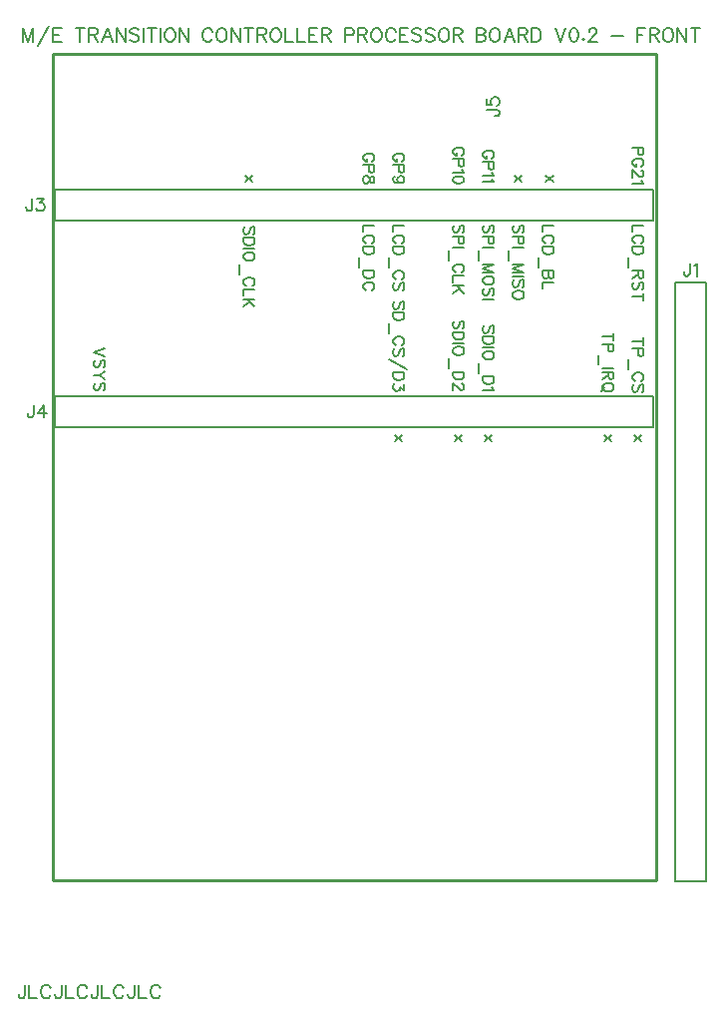
<source format=gto>
G04 Layer: TopSilkscreenLayer*
G04 EasyEDA v6.5.29, 2023-07-18 10:21:49*
G04 75acb9ef74904ca4b51824f4bde05f2a,5a6b42c53f6a479593ecc07194224c93,10*
G04 Gerber Generator version 0.2*
G04 Scale: 100 percent, Rotated: No, Reflected: No *
G04 Dimensions in millimeters *
G04 leading zeros omitted , absolute positions ,4 integer and 5 decimal *
%FSLAX45Y45*%
%MOMM*%

%ADD10C,0.1524*%
%ADD11C,0.2032*%
%ADD12C,0.2540*%

%LPD*%
D10*
X2215382Y8318500D02*
G01*
X2151628Y8268462D01*
X2215382Y8268462D02*
G01*
X2151628Y8318500D01*
X2220970Y7822945D02*
G01*
X2229860Y7832089D01*
X2234432Y7845805D01*
X2234432Y7864094D01*
X2229860Y7877555D01*
X2220970Y7886700D01*
X2211826Y7886700D01*
X2202682Y7882128D01*
X2198110Y7877555D01*
X2193538Y7868412D01*
X2184394Y7841234D01*
X2180076Y7832089D01*
X2175504Y7827518D01*
X2166360Y7822945D01*
X2152644Y7822945D01*
X2143500Y7832089D01*
X2138928Y7845805D01*
X2138928Y7864094D01*
X2143500Y7877555D01*
X2152644Y7886700D01*
X2234432Y7792973D02*
G01*
X2138928Y7792973D01*
X2234432Y7792973D02*
G01*
X2234432Y7761223D01*
X2229860Y7747508D01*
X2220970Y7738618D01*
X2211826Y7734045D01*
X2198110Y7729473D01*
X2175504Y7729473D01*
X2161788Y7734045D01*
X2152644Y7738618D01*
X2143500Y7747508D01*
X2138928Y7761223D01*
X2138928Y7792973D01*
X2234432Y7699502D02*
G01*
X2138928Y7699502D01*
X2234432Y7642097D02*
G01*
X2229860Y7651242D01*
X2220970Y7660386D01*
X2211826Y7664958D01*
X2198110Y7669529D01*
X2175504Y7669529D01*
X2161788Y7664958D01*
X2152644Y7660386D01*
X2143500Y7651242D01*
X2138928Y7642097D01*
X2138928Y7624063D01*
X2143500Y7614920D01*
X2152644Y7605776D01*
X2161788Y7601204D01*
X2175504Y7596631D01*
X2198110Y7596631D01*
X2211826Y7601204D01*
X2220970Y7605776D01*
X2229860Y7614920D01*
X2234432Y7624063D01*
X2234432Y7642097D01*
X2107178Y7566660D02*
G01*
X2107178Y7484871D01*
X2211826Y7386573D02*
G01*
X2220970Y7391145D01*
X2229860Y7400289D01*
X2234432Y7409434D01*
X2234432Y7427721D01*
X2229860Y7436612D01*
X2220970Y7445755D01*
X2211826Y7450328D01*
X2198110Y7454900D01*
X2175504Y7454900D01*
X2161788Y7450328D01*
X2152644Y7445755D01*
X2143500Y7436612D01*
X2138928Y7427721D01*
X2138928Y7409434D01*
X2143500Y7400289D01*
X2152644Y7391145D01*
X2161788Y7386573D01*
X2234432Y7356602D02*
G01*
X2138928Y7356602D01*
X2138928Y7356602D02*
G01*
X2138928Y7302245D01*
X2234432Y7272273D02*
G01*
X2138928Y7272273D01*
X2234432Y7208520D02*
G01*
X2170932Y7272273D01*
X2193538Y7249413D02*
G01*
X2138928Y7208520D01*
X3227831Y8440928D02*
G01*
X3236975Y8445245D01*
X3245865Y8454389D01*
X3250438Y8463534D01*
X3250438Y8481821D01*
X3245865Y8490712D01*
X3236975Y8499855D01*
X3227831Y8504428D01*
X3214115Y8509000D01*
X3191509Y8509000D01*
X3177793Y8504428D01*
X3168650Y8499855D01*
X3159506Y8490712D01*
X3154934Y8481821D01*
X3154934Y8463534D01*
X3159506Y8454389D01*
X3168650Y8445245D01*
X3177793Y8440928D01*
X3191509Y8440928D01*
X3191509Y8463534D02*
G01*
X3191509Y8440928D01*
X3250438Y8410702D02*
G01*
X3154934Y8410702D01*
X3250438Y8410702D02*
G01*
X3250438Y8369808D01*
X3245865Y8356345D01*
X3241293Y8351773D01*
X3232404Y8347202D01*
X3218688Y8347202D01*
X3209543Y8351773D01*
X3204972Y8356345D01*
X3200400Y8369808D01*
X3200400Y8410702D01*
X3250438Y8294370D02*
G01*
X3245865Y8308086D01*
X3236975Y8312658D01*
X3227831Y8312658D01*
X3218688Y8308086D01*
X3214115Y8298942D01*
X3209543Y8280908D01*
X3204972Y8267192D01*
X3196081Y8258047D01*
X3186938Y8253476D01*
X3173222Y8253476D01*
X3164077Y8258047D01*
X3159506Y8262620D01*
X3154934Y8276336D01*
X3154934Y8294370D01*
X3159506Y8308086D01*
X3164077Y8312658D01*
X3173222Y8317229D01*
X3186938Y8317229D01*
X3196081Y8312658D01*
X3204972Y8303513D01*
X3209543Y8289797D01*
X3214115Y8271763D01*
X3218688Y8262620D01*
X3227831Y8258047D01*
X3236975Y8258047D01*
X3245865Y8262620D01*
X3250438Y8276336D01*
X3250438Y8294370D01*
X3250438Y7899400D02*
G01*
X3154934Y7899400D01*
X3154934Y7899400D02*
G01*
X3154934Y7844789D01*
X3227831Y7746745D02*
G01*
X3236975Y7751318D01*
X3245865Y7760208D01*
X3250438Y7769352D01*
X3250438Y7787639D01*
X3245865Y7796784D01*
X3236975Y7805673D01*
X3227831Y7810245D01*
X3214115Y7814818D01*
X3191509Y7814818D01*
X3177793Y7810245D01*
X3168650Y7805673D01*
X3159506Y7796784D01*
X3154934Y7787639D01*
X3154934Y7769352D01*
X3159506Y7760208D01*
X3168650Y7751318D01*
X3177793Y7746745D01*
X3250438Y7716773D02*
G01*
X3154934Y7716773D01*
X3250438Y7716773D02*
G01*
X3250438Y7684770D01*
X3245865Y7671308D01*
X3236975Y7662163D01*
X3227831Y7657592D01*
X3214115Y7653020D01*
X3191509Y7653020D01*
X3177793Y7657592D01*
X3168650Y7662163D01*
X3159506Y7671308D01*
X3154934Y7684770D01*
X3154934Y7716773D01*
X3123184Y7623047D02*
G01*
X3123184Y7541260D01*
X3250438Y7511287D02*
G01*
X3154934Y7511287D01*
X3250438Y7511287D02*
G01*
X3250438Y7479284D01*
X3245865Y7465821D01*
X3236975Y7456678D01*
X3227831Y7452105D01*
X3214115Y7447534D01*
X3191509Y7447534D01*
X3177793Y7452105D01*
X3168650Y7456678D01*
X3159506Y7465821D01*
X3154934Y7479284D01*
X3154934Y7511287D01*
X3227831Y7349489D02*
G01*
X3236975Y7354062D01*
X3245865Y7362952D01*
X3250438Y7372095D01*
X3250438Y7390384D01*
X3245865Y7399273D01*
X3236975Y7408418D01*
X3227831Y7412989D01*
X3214115Y7417562D01*
X3191509Y7417562D01*
X3177793Y7412989D01*
X3168650Y7408418D01*
X3159506Y7399273D01*
X3154934Y7390384D01*
X3154934Y7372095D01*
X3159506Y7362952D01*
X3168650Y7354062D01*
X3177793Y7349489D01*
X3481831Y8440930D02*
G01*
X3490975Y8445248D01*
X3499865Y8454392D01*
X3504438Y8463534D01*
X3504438Y8481824D01*
X3499865Y8490714D01*
X3490975Y8499858D01*
X3481831Y8504430D01*
X3468115Y8509000D01*
X3445509Y8509000D01*
X3431793Y8504430D01*
X3422650Y8499858D01*
X3413506Y8490714D01*
X3408934Y8481824D01*
X3408934Y8463534D01*
X3413506Y8454392D01*
X3422650Y8445248D01*
X3431793Y8440930D01*
X3445509Y8440930D01*
X3445509Y8463534D02*
G01*
X3445509Y8440930D01*
X3504438Y8410702D02*
G01*
X3408934Y8410702D01*
X3504438Y8410702D02*
G01*
X3504438Y8369808D01*
X3499865Y8356348D01*
X3495293Y8351773D01*
X3486404Y8347202D01*
X3472688Y8347202D01*
X3463543Y8351773D01*
X3458972Y8356348D01*
X3454400Y8369808D01*
X3454400Y8410702D01*
X3472688Y8258050D02*
G01*
X3458972Y8262622D01*
X3450081Y8271766D01*
X3445509Y8285482D01*
X3445509Y8289800D01*
X3450081Y8303516D01*
X3458972Y8312658D01*
X3472688Y8317232D01*
X3477259Y8317232D01*
X3490975Y8312658D01*
X3499865Y8303516D01*
X3504438Y8289800D01*
X3504438Y8285482D01*
X3499865Y8271766D01*
X3490975Y8262622D01*
X3472688Y8258050D01*
X3450081Y8258050D01*
X3427222Y8262622D01*
X3413506Y8271766D01*
X3408934Y8285482D01*
X3408934Y8294372D01*
X3413506Y8308088D01*
X3422650Y8312658D01*
X3504438Y7899400D02*
G01*
X3408934Y7899400D01*
X3408934Y7899400D02*
G01*
X3408934Y7844792D01*
X3481831Y7746748D02*
G01*
X3490975Y7751318D01*
X3499865Y7760208D01*
X3504438Y7769352D01*
X3504438Y7787642D01*
X3499865Y7796784D01*
X3490975Y7805673D01*
X3481831Y7810248D01*
X3468115Y7814818D01*
X3445509Y7814818D01*
X3431793Y7810248D01*
X3422650Y7805673D01*
X3413506Y7796784D01*
X3408934Y7787642D01*
X3408934Y7769352D01*
X3413506Y7760208D01*
X3422650Y7751318D01*
X3431793Y7746748D01*
X3504438Y7716773D02*
G01*
X3408934Y7716773D01*
X3504438Y7716773D02*
G01*
X3504438Y7684772D01*
X3499865Y7671308D01*
X3490975Y7662166D01*
X3481831Y7657592D01*
X3468115Y7653022D01*
X3445509Y7653022D01*
X3431793Y7657592D01*
X3422650Y7662166D01*
X3413506Y7671308D01*
X3408934Y7684772D01*
X3408934Y7716773D01*
X3377184Y7623050D02*
G01*
X3377184Y7541260D01*
X3481831Y7442964D02*
G01*
X3490975Y7447534D01*
X3499865Y7456680D01*
X3504438Y7465824D01*
X3504438Y7483858D01*
X3499865Y7493000D01*
X3490975Y7502144D01*
X3481831Y7506715D01*
X3468115Y7511290D01*
X3445509Y7511290D01*
X3431793Y7506715D01*
X3422650Y7502144D01*
X3413506Y7493000D01*
X3408934Y7483858D01*
X3408934Y7465824D01*
X3413506Y7456680D01*
X3422650Y7447534D01*
X3431793Y7442964D01*
X3490975Y7349492D02*
G01*
X3499865Y7358382D01*
X3504438Y7372098D01*
X3504438Y7390384D01*
X3499865Y7403848D01*
X3490975Y7412992D01*
X3481831Y7412992D01*
X3472688Y7408418D01*
X3468115Y7403848D01*
X3463543Y7394958D01*
X3454400Y7367523D01*
X3450081Y7358382D01*
X3445509Y7354064D01*
X3436365Y7349492D01*
X3422650Y7349492D01*
X3413506Y7358382D01*
X3408934Y7372098D01*
X3408934Y7390384D01*
X3413506Y7403848D01*
X3422650Y7412992D01*
X3989837Y8491712D02*
G01*
X3998981Y8496030D01*
X4007871Y8505174D01*
X4012443Y8514318D01*
X4012443Y8532606D01*
X4007871Y8541496D01*
X3998981Y8550640D01*
X3989837Y8555212D01*
X3976121Y8559784D01*
X3953515Y8559784D01*
X3939799Y8555212D01*
X3930655Y8550640D01*
X3921511Y8541496D01*
X3916939Y8532606D01*
X3916939Y8514318D01*
X3921511Y8505174D01*
X3930655Y8496030D01*
X3939799Y8491712D01*
X3953515Y8491712D01*
X3953515Y8514318D02*
G01*
X3953515Y8491712D01*
X4012443Y8461486D02*
G01*
X3916939Y8461486D01*
X4012443Y8461486D02*
G01*
X4012443Y8420592D01*
X4007871Y8407130D01*
X4003299Y8402558D01*
X3994409Y8397986D01*
X3980693Y8397986D01*
X3971549Y8402558D01*
X3966977Y8407130D01*
X3962405Y8420592D01*
X3962405Y8461486D01*
X3994409Y8368014D02*
G01*
X3998981Y8358870D01*
X4012443Y8345154D01*
X3916939Y8345154D01*
X4012443Y8288004D02*
G01*
X4007871Y8301720D01*
X3994409Y8310610D01*
X3971549Y8315182D01*
X3958087Y8315182D01*
X3935227Y8310610D01*
X3921511Y8301720D01*
X3916939Y8288004D01*
X3916939Y8278860D01*
X3921511Y8265144D01*
X3935227Y8256254D01*
X3958087Y8251682D01*
X3971549Y8251682D01*
X3994409Y8256254D01*
X4007871Y8265144D01*
X4012443Y8278860D01*
X4012443Y8288004D01*
X3998981Y7835630D02*
G01*
X4007871Y7844774D01*
X4012443Y7858490D01*
X4012443Y7876778D01*
X4007871Y7890240D01*
X3998981Y7899384D01*
X3989837Y7899384D01*
X3980693Y7894812D01*
X3976121Y7890240D01*
X3971549Y7881096D01*
X3962405Y7853918D01*
X3958087Y7844774D01*
X3953515Y7840202D01*
X3944371Y7835630D01*
X3930655Y7835630D01*
X3921511Y7844774D01*
X3916939Y7858490D01*
X3916939Y7876778D01*
X3921511Y7890240D01*
X3930655Y7899384D01*
X4012443Y7805658D02*
G01*
X3916939Y7805658D01*
X4012443Y7805658D02*
G01*
X4012443Y7764764D01*
X4007871Y7751302D01*
X4003299Y7746730D01*
X3994409Y7742158D01*
X3980693Y7742158D01*
X3971549Y7746730D01*
X3966977Y7751302D01*
X3962405Y7764764D01*
X3962405Y7805658D01*
X4012443Y7712186D02*
G01*
X3916939Y7712186D01*
X3885189Y7682214D02*
G01*
X3885189Y7600172D01*
X3989837Y7502128D02*
G01*
X3998981Y7506700D01*
X4007871Y7515844D01*
X4012443Y7524734D01*
X4012443Y7543022D01*
X4007871Y7552166D01*
X3998981Y7561310D01*
X3989837Y7565628D01*
X3976121Y7570200D01*
X3953515Y7570200D01*
X3939799Y7565628D01*
X3930655Y7561310D01*
X3921511Y7552166D01*
X3916939Y7543022D01*
X3916939Y7524734D01*
X3921511Y7515844D01*
X3930655Y7506700D01*
X3939799Y7502128D01*
X4012443Y7472156D02*
G01*
X3916939Y7472156D01*
X3916939Y7472156D02*
G01*
X3916939Y7417546D01*
X4012443Y7387574D02*
G01*
X3916939Y7387574D01*
X4012443Y7323820D02*
G01*
X3948943Y7387574D01*
X3971549Y7364714D02*
G01*
X3916939Y7323820D01*
X4243831Y8466328D02*
G01*
X4252975Y8470645D01*
X4261865Y8479789D01*
X4266438Y8488934D01*
X4266438Y8507221D01*
X4261865Y8516112D01*
X4252975Y8525255D01*
X4243831Y8529828D01*
X4230115Y8534400D01*
X4207509Y8534400D01*
X4193793Y8529828D01*
X4184650Y8525255D01*
X4175506Y8516112D01*
X4170934Y8507221D01*
X4170934Y8488934D01*
X4175506Y8479789D01*
X4184650Y8470645D01*
X4193793Y8466328D01*
X4207509Y8466328D01*
X4207509Y8488934D02*
G01*
X4207509Y8466328D01*
X4266438Y8436102D02*
G01*
X4170934Y8436102D01*
X4266438Y8436102D02*
G01*
X4266438Y8395208D01*
X4261865Y8381745D01*
X4257293Y8377173D01*
X4248404Y8372602D01*
X4234688Y8372602D01*
X4225543Y8377173D01*
X4220972Y8381745D01*
X4216400Y8395208D01*
X4216400Y8436102D01*
X4248404Y8342629D02*
G01*
X4252975Y8333486D01*
X4266438Y8319770D01*
X4170934Y8319770D01*
X4248404Y8289797D02*
G01*
X4252975Y8280654D01*
X4266438Y8267192D01*
X4170934Y8267192D01*
X4252975Y7835645D02*
G01*
X4261865Y7844789D01*
X4266438Y7858505D01*
X4266438Y7876794D01*
X4261865Y7890255D01*
X4252975Y7899400D01*
X4243831Y7899400D01*
X4234688Y7894828D01*
X4230115Y7890255D01*
X4225543Y7881112D01*
X4216400Y7853934D01*
X4212081Y7844789D01*
X4207509Y7840218D01*
X4198365Y7835645D01*
X4184650Y7835645D01*
X4175506Y7844789D01*
X4170934Y7858505D01*
X4170934Y7876794D01*
X4175506Y7890255D01*
X4184650Y7899400D01*
X4266438Y7805673D02*
G01*
X4170934Y7805673D01*
X4266438Y7805673D02*
G01*
X4266438Y7764779D01*
X4261865Y7751318D01*
X4257293Y7746745D01*
X4248404Y7742173D01*
X4234688Y7742173D01*
X4225543Y7746745D01*
X4220972Y7751318D01*
X4216400Y7764779D01*
X4216400Y7805673D01*
X4266438Y7712202D02*
G01*
X4170934Y7712202D01*
X4139184Y7682229D02*
G01*
X4139184Y7600187D01*
X4266438Y7570215D02*
G01*
X4170934Y7570215D01*
X4266438Y7570215D02*
G01*
X4170934Y7533894D01*
X4266438Y7497571D02*
G01*
X4170934Y7533894D01*
X4266438Y7497571D02*
G01*
X4170934Y7497571D01*
X4266438Y7440421D02*
G01*
X4261865Y7449312D01*
X4252975Y7458455D01*
X4243831Y7463028D01*
X4230115Y7467600D01*
X4207509Y7467600D01*
X4193793Y7463028D01*
X4184650Y7458455D01*
X4175506Y7449312D01*
X4170934Y7440421D01*
X4170934Y7422134D01*
X4175506Y7412989D01*
X4184650Y7403845D01*
X4193793Y7399273D01*
X4207509Y7394955D01*
X4230115Y7394955D01*
X4243831Y7399273D01*
X4252975Y7403845D01*
X4261865Y7412989D01*
X4266438Y7422134D01*
X4266438Y7440421D01*
X4252975Y7301229D02*
G01*
X4261865Y7310373D01*
X4266438Y7323836D01*
X4266438Y7342123D01*
X4261865Y7355839D01*
X4252975Y7364729D01*
X4243831Y7364729D01*
X4234688Y7360412D01*
X4230115Y7355839D01*
X4225543Y7346695D01*
X4216400Y7319518D01*
X4212081Y7310373D01*
X4207509Y7305802D01*
X4198365Y7301229D01*
X4184650Y7301229D01*
X4175506Y7310373D01*
X4170934Y7323836D01*
X4170934Y7342123D01*
X4175506Y7355839D01*
X4184650Y7364729D01*
X4266438Y7271258D02*
G01*
X4170934Y7271258D01*
X4501388Y8318500D02*
G01*
X4437634Y8268462D01*
X4501388Y8268462D02*
G01*
X4437634Y8318500D01*
X4506975Y7835645D02*
G01*
X4515865Y7844789D01*
X4520438Y7858505D01*
X4520438Y7876794D01*
X4515865Y7890255D01*
X4506975Y7899400D01*
X4497831Y7899400D01*
X4488688Y7894828D01*
X4484115Y7890255D01*
X4479543Y7881112D01*
X4470400Y7853934D01*
X4466081Y7844789D01*
X4461509Y7840218D01*
X4452365Y7835645D01*
X4438650Y7835645D01*
X4429506Y7844789D01*
X4424934Y7858505D01*
X4424934Y7876794D01*
X4429506Y7890255D01*
X4438650Y7899400D01*
X4520438Y7805673D02*
G01*
X4424934Y7805673D01*
X4520438Y7805673D02*
G01*
X4520438Y7764779D01*
X4515865Y7751318D01*
X4511293Y7746745D01*
X4502404Y7742173D01*
X4488688Y7742173D01*
X4479543Y7746745D01*
X4474972Y7751318D01*
X4470400Y7764779D01*
X4470400Y7805673D01*
X4520438Y7712202D02*
G01*
X4424934Y7712202D01*
X4393184Y7682229D02*
G01*
X4393184Y7600187D01*
X4520438Y7570215D02*
G01*
X4424934Y7570215D01*
X4520438Y7570215D02*
G01*
X4424934Y7533894D01*
X4520438Y7497571D02*
G01*
X4424934Y7533894D01*
X4520438Y7497571D02*
G01*
X4424934Y7497571D01*
X4520438Y7467600D02*
G01*
X4424934Y7467600D01*
X4506975Y7373873D02*
G01*
X4515865Y7383018D01*
X4520438Y7396734D01*
X4520438Y7414768D01*
X4515865Y7428484D01*
X4506975Y7437628D01*
X4497831Y7437628D01*
X4488688Y7433055D01*
X4484115Y7428484D01*
X4479543Y7419339D01*
X4470400Y7392162D01*
X4466081Y7383018D01*
X4461509Y7378445D01*
X4452365Y7373873D01*
X4438650Y7373873D01*
X4429506Y7383018D01*
X4424934Y7396734D01*
X4424934Y7414768D01*
X4429506Y7428484D01*
X4438650Y7437628D01*
X4520438Y7316723D02*
G01*
X4515865Y7325868D01*
X4506975Y7334758D01*
X4497831Y7339329D01*
X4484115Y7343902D01*
X4461509Y7343902D01*
X4447793Y7339329D01*
X4438650Y7334758D01*
X4429506Y7325868D01*
X4424934Y7316723D01*
X4424934Y7298436D01*
X4429506Y7289292D01*
X4438650Y7280402D01*
X4447793Y7275829D01*
X4461509Y7271258D01*
X4484115Y7271258D01*
X4497831Y7275829D01*
X4506975Y7280402D01*
X4515865Y7289292D01*
X4520438Y7298436D01*
X4520438Y7316723D01*
X4768088Y8318500D02*
G01*
X4704334Y8268462D01*
X4768088Y8268462D02*
G01*
X4704334Y8318500D01*
X4774438Y7899400D02*
G01*
X4678934Y7899400D01*
X4678934Y7899400D02*
G01*
X4678934Y7844789D01*
X4751831Y7746745D02*
G01*
X4760975Y7751318D01*
X4769865Y7760208D01*
X4774438Y7769352D01*
X4774438Y7787639D01*
X4769865Y7796784D01*
X4760975Y7805673D01*
X4751831Y7810245D01*
X4738115Y7814818D01*
X4715509Y7814818D01*
X4701793Y7810245D01*
X4692650Y7805673D01*
X4683506Y7796784D01*
X4678934Y7787639D01*
X4678934Y7769352D01*
X4683506Y7760208D01*
X4692650Y7751318D01*
X4701793Y7746745D01*
X4774438Y7716773D02*
G01*
X4678934Y7716773D01*
X4774438Y7716773D02*
G01*
X4774438Y7684770D01*
X4769865Y7671308D01*
X4760975Y7662163D01*
X4751831Y7657592D01*
X4738115Y7653020D01*
X4715509Y7653020D01*
X4701793Y7657592D01*
X4692650Y7662163D01*
X4683506Y7671308D01*
X4678934Y7684770D01*
X4678934Y7716773D01*
X4647184Y7623047D02*
G01*
X4647184Y7541260D01*
X4774438Y7511287D02*
G01*
X4678934Y7511287D01*
X4774438Y7511287D02*
G01*
X4774438Y7470394D01*
X4769865Y7456678D01*
X4765293Y7452105D01*
X4756404Y7447534D01*
X4747259Y7447534D01*
X4738115Y7452105D01*
X4733543Y7456678D01*
X4728972Y7470394D01*
X4728972Y7511287D02*
G01*
X4728972Y7470394D01*
X4724400Y7456678D01*
X4720081Y7452105D01*
X4710938Y7447534D01*
X4697222Y7447534D01*
X4688077Y7452105D01*
X4683506Y7456678D01*
X4678934Y7470394D01*
X4678934Y7511287D01*
X4774438Y7417562D02*
G01*
X4678934Y7417562D01*
X4678934Y7417562D02*
G01*
X4678934Y7362952D01*
X5536438Y8559800D02*
G01*
X5440934Y8559800D01*
X5536438Y8559800D02*
G01*
X5536438Y8518905D01*
X5531865Y8505189D01*
X5527293Y8500618D01*
X5518404Y8496045D01*
X5504688Y8496045D01*
X5495543Y8500618D01*
X5490972Y8505189D01*
X5486400Y8518905D01*
X5486400Y8559800D01*
X5513831Y8398002D02*
G01*
X5522975Y8402574D01*
X5531865Y8411718D01*
X5536438Y8420608D01*
X5536438Y8438895D01*
X5531865Y8448039D01*
X5522975Y8457184D01*
X5513831Y8461502D01*
X5500115Y8466074D01*
X5477509Y8466074D01*
X5463793Y8461502D01*
X5454650Y8457184D01*
X5445506Y8448039D01*
X5440934Y8438895D01*
X5440934Y8420608D01*
X5445506Y8411718D01*
X5454650Y8402574D01*
X5463793Y8398002D01*
X5477509Y8398002D01*
X5477509Y8420608D02*
G01*
X5477509Y8398002D01*
X5513831Y8363458D02*
G01*
X5518404Y8363458D01*
X5527293Y8358886D01*
X5531865Y8354313D01*
X5536438Y8345170D01*
X5536438Y8327136D01*
X5531865Y8317992D01*
X5527293Y8313420D01*
X5518404Y8308847D01*
X5509259Y8308847D01*
X5500115Y8313420D01*
X5486400Y8322563D01*
X5440934Y8368029D01*
X5440934Y8304276D01*
X5518404Y8274304D02*
G01*
X5522975Y8265160D01*
X5536438Y8251697D01*
X5440934Y8251697D01*
X5536427Y7899384D02*
G01*
X5440923Y7899384D01*
X5440923Y7899384D02*
G01*
X5440923Y7844774D01*
X5513821Y7746730D02*
G01*
X5522965Y7751302D01*
X5531855Y7760192D01*
X5536427Y7769336D01*
X5536427Y7787624D01*
X5531855Y7796768D01*
X5522965Y7805658D01*
X5513821Y7810230D01*
X5500105Y7814802D01*
X5477499Y7814802D01*
X5463783Y7810230D01*
X5454639Y7805658D01*
X5445495Y7796768D01*
X5440923Y7787624D01*
X5440923Y7769336D01*
X5445495Y7760192D01*
X5454639Y7751302D01*
X5463783Y7746730D01*
X5536427Y7716758D02*
G01*
X5440923Y7716758D01*
X5536427Y7716758D02*
G01*
X5536427Y7684754D01*
X5531855Y7671292D01*
X5522965Y7662148D01*
X5513821Y7657576D01*
X5500105Y7653004D01*
X5477499Y7653004D01*
X5463783Y7657576D01*
X5454639Y7662148D01*
X5445495Y7671292D01*
X5440923Y7684754D01*
X5440923Y7716758D01*
X5409173Y7623032D02*
G01*
X5409173Y7541244D01*
X5536427Y7511272D02*
G01*
X5440923Y7511272D01*
X5536427Y7511272D02*
G01*
X5536427Y7470378D01*
X5531855Y7456662D01*
X5527283Y7452090D01*
X5518393Y7447518D01*
X5509249Y7447518D01*
X5500105Y7452090D01*
X5495533Y7456662D01*
X5490961Y7470378D01*
X5490961Y7511272D01*
X5490961Y7479268D02*
G01*
X5440923Y7447518D01*
X5522965Y7354046D02*
G01*
X5531855Y7362936D01*
X5536427Y7376652D01*
X5536427Y7394940D01*
X5531855Y7408402D01*
X5522965Y7417546D01*
X5513821Y7417546D01*
X5504677Y7412974D01*
X5500105Y7408402D01*
X5495533Y7399258D01*
X5486389Y7372080D01*
X5482071Y7362936D01*
X5477499Y7358364D01*
X5468355Y7354046D01*
X5454639Y7354046D01*
X5445495Y7362936D01*
X5440923Y7376652D01*
X5440923Y7394940D01*
X5445495Y7408402D01*
X5454639Y7417546D01*
X5536427Y7292070D02*
G01*
X5440923Y7292070D01*
X5536427Y7323820D02*
G01*
X5536427Y7260320D01*
X964430Y6857982D02*
G01*
X868926Y6821660D01*
X964430Y6785338D02*
G01*
X868926Y6821660D01*
X950968Y6691612D02*
G01*
X959858Y6700756D01*
X964430Y6714472D01*
X964430Y6732506D01*
X959858Y6746222D01*
X950968Y6755366D01*
X941824Y6755366D01*
X932680Y6750794D01*
X928108Y6746222D01*
X923536Y6737078D01*
X914392Y6709900D01*
X910074Y6700756D01*
X905502Y6696184D01*
X896358Y6691612D01*
X882642Y6691612D01*
X873498Y6700756D01*
X868926Y6714472D01*
X868926Y6732506D01*
X873498Y6746222D01*
X882642Y6755366D01*
X964430Y6661640D02*
G01*
X918964Y6625318D01*
X868926Y6625318D01*
X964430Y6588996D02*
G01*
X918964Y6625318D01*
X950968Y6495270D02*
G01*
X959858Y6504414D01*
X964430Y6517876D01*
X964430Y6536164D01*
X959858Y6549880D01*
X950968Y6558770D01*
X941824Y6558770D01*
X932680Y6554452D01*
X928108Y6549880D01*
X923536Y6540736D01*
X914392Y6513558D01*
X910074Y6504414D01*
X905502Y6499842D01*
X896358Y6495270D01*
X882642Y6495270D01*
X873498Y6504414D01*
X868926Y6517876D01*
X868926Y6536164D01*
X873498Y6549880D01*
X882642Y6558770D01*
X3423417Y6070602D02*
G01*
X3487171Y6120640D01*
X3423417Y6120640D02*
G01*
X3487171Y6070602D01*
X3490973Y7187933D02*
G01*
X3499860Y7197077D01*
X3504432Y7210793D01*
X3504432Y7229081D01*
X3499860Y7242543D01*
X3490973Y7251687D01*
X3481826Y7251687D01*
X3472682Y7247115D01*
X3468110Y7242543D01*
X3463541Y7233399D01*
X3454394Y7206221D01*
X3450076Y7197077D01*
X3445507Y7192505D01*
X3436360Y7187933D01*
X3422644Y7187933D01*
X3413503Y7197077D01*
X3408928Y7210793D01*
X3408928Y7229081D01*
X3413503Y7242543D01*
X3422644Y7251687D01*
X3504432Y7157961D02*
G01*
X3408928Y7157961D01*
X3504432Y7157961D02*
G01*
X3504432Y7126211D01*
X3499860Y7112495D01*
X3490973Y7103605D01*
X3481826Y7099033D01*
X3468110Y7094461D01*
X3445507Y7094461D01*
X3431791Y7099033D01*
X3422644Y7103605D01*
X3413503Y7112495D01*
X3408928Y7126211D01*
X3408928Y7157961D01*
X3377178Y7064489D02*
G01*
X3377178Y6982701D01*
X3481826Y6884403D02*
G01*
X3490973Y6888975D01*
X3499860Y6898119D01*
X3504432Y6907263D01*
X3504432Y6925297D01*
X3499860Y6934441D01*
X3490973Y6943585D01*
X3481826Y6948157D01*
X3468110Y6952475D01*
X3445507Y6952475D01*
X3431791Y6948157D01*
X3422644Y6943585D01*
X3413503Y6934441D01*
X3408928Y6925297D01*
X3408928Y6907263D01*
X3413503Y6898119D01*
X3422644Y6888975D01*
X3431791Y6884403D01*
X3490973Y6790677D02*
G01*
X3499860Y6799821D01*
X3504432Y6813537D01*
X3504432Y6831571D01*
X3499860Y6845287D01*
X3490973Y6854431D01*
X3481826Y6854431D01*
X3472682Y6849859D01*
X3468110Y6845287D01*
X3463541Y6836143D01*
X3454394Y6808965D01*
X3450076Y6799821D01*
X3445507Y6795249D01*
X3436360Y6790677D01*
X3422644Y6790677D01*
X3413503Y6799821D01*
X3408928Y6813537D01*
X3408928Y6831571D01*
X3413503Y6845287D01*
X3422644Y6854431D01*
X3522723Y6678917D02*
G01*
X3377178Y6760705D01*
X3504432Y6648945D02*
G01*
X3408928Y6648945D01*
X3504432Y6648945D02*
G01*
X3504432Y6617195D01*
X3499860Y6603479D01*
X3490973Y6594335D01*
X3481826Y6589763D01*
X3468110Y6585445D01*
X3445507Y6585445D01*
X3431791Y6589763D01*
X3422644Y6594335D01*
X3413503Y6603479D01*
X3408928Y6617195D01*
X3408928Y6648945D01*
X3504432Y6546329D02*
G01*
X3504432Y6496291D01*
X3468110Y6523469D01*
X3468110Y6509753D01*
X3463541Y6500863D01*
X3458966Y6496291D01*
X3445507Y6491719D01*
X3436360Y6491719D01*
X3422644Y6496291D01*
X3413503Y6505435D01*
X3408928Y6518897D01*
X3408928Y6532613D01*
X3413503Y6546329D01*
X3418075Y6550901D01*
X3427216Y6555219D01*
X3931419Y6070602D02*
G01*
X3995173Y6120640D01*
X3931419Y6120640D02*
G01*
X3995173Y6070602D01*
X3998970Y7022830D02*
G01*
X4007858Y7031972D01*
X4012430Y7045688D01*
X4012430Y7063978D01*
X4007858Y7077438D01*
X3998970Y7086584D01*
X3989826Y7086584D01*
X3980680Y7082012D01*
X3976108Y7077438D01*
X3971538Y7068296D01*
X3962392Y7041118D01*
X3958076Y7031972D01*
X3953504Y7027400D01*
X3944358Y7022830D01*
X3930642Y7022830D01*
X3921500Y7031972D01*
X3916926Y7045688D01*
X3916926Y7063978D01*
X3921500Y7077438D01*
X3930642Y7086584D01*
X4012430Y6992856D02*
G01*
X3916926Y6992856D01*
X4012430Y6992856D02*
G01*
X4012430Y6961106D01*
X4007858Y6947390D01*
X3998970Y6938500D01*
X3989826Y6933930D01*
X3976108Y6929356D01*
X3953504Y6929356D01*
X3939788Y6933930D01*
X3930642Y6938500D01*
X3921500Y6947390D01*
X3916926Y6961106D01*
X3916926Y6992856D01*
X4012430Y6899384D02*
G01*
X3916926Y6899384D01*
X4012430Y6841982D02*
G01*
X4007858Y6851124D01*
X3998970Y6860268D01*
X3989826Y6864840D01*
X3976108Y6869414D01*
X3953504Y6869414D01*
X3939788Y6864840D01*
X3930642Y6860268D01*
X3921500Y6851124D01*
X3916926Y6841982D01*
X3916926Y6823948D01*
X3921500Y6814802D01*
X3930642Y6805658D01*
X3939788Y6801086D01*
X3953504Y6796516D01*
X3976108Y6796516D01*
X3989826Y6801086D01*
X3998970Y6805658D01*
X4007858Y6814802D01*
X4012430Y6823948D01*
X4012430Y6841982D01*
X3885176Y6766544D02*
G01*
X3885176Y6684754D01*
X4012430Y6654784D02*
G01*
X3916926Y6654784D01*
X4012430Y6654784D02*
G01*
X4012430Y6623034D01*
X4007858Y6609318D01*
X3998970Y6600172D01*
X3989826Y6595600D01*
X3976108Y6591030D01*
X3953504Y6591030D01*
X3939788Y6595600D01*
X3930642Y6600172D01*
X3921500Y6609318D01*
X3916926Y6623034D01*
X3916926Y6654784D01*
X3989826Y6556484D02*
G01*
X3994396Y6556484D01*
X4003288Y6551914D01*
X4007858Y6547596D01*
X4012430Y6538450D01*
X4012430Y6520164D01*
X4007858Y6511018D01*
X4003288Y6506700D01*
X3994396Y6502130D01*
X3985254Y6502130D01*
X3976108Y6506700D01*
X3962392Y6515590D01*
X3916926Y6561056D01*
X3916926Y6497556D01*
X4185414Y6070600D02*
G01*
X4249168Y6120640D01*
X4185414Y6120640D02*
G01*
X4249168Y6070600D01*
X4252968Y6984730D02*
G01*
X4261858Y6993879D01*
X4266430Y7007590D01*
X4266430Y7025878D01*
X4261858Y7039340D01*
X4252968Y7048487D01*
X4243824Y7048487D01*
X4234680Y7043912D01*
X4230108Y7039340D01*
X4225536Y7030196D01*
X4216392Y7003021D01*
X4212074Y6993879D01*
X4207502Y6989305D01*
X4198358Y6984730D01*
X4184642Y6984730D01*
X4175498Y6993879D01*
X4170926Y7007590D01*
X4170926Y7025878D01*
X4175498Y7039340D01*
X4184642Y7048487D01*
X4266430Y6954761D02*
G01*
X4170926Y6954761D01*
X4266430Y6954761D02*
G01*
X4266430Y6923011D01*
X4261858Y6909295D01*
X4252968Y6900405D01*
X4243824Y6895830D01*
X4230108Y6891261D01*
X4207502Y6891261D01*
X4193786Y6895830D01*
X4184642Y6900405D01*
X4175498Y6909295D01*
X4170926Y6923011D01*
X4170926Y6954761D01*
X4266430Y6861289D02*
G01*
X4170926Y6861289D01*
X4266430Y6803887D02*
G01*
X4261858Y6813029D01*
X4252968Y6822170D01*
X4243824Y6826745D01*
X4230108Y6831314D01*
X4207502Y6831314D01*
X4193786Y6826745D01*
X4184642Y6822170D01*
X4175498Y6813029D01*
X4170926Y6803887D01*
X4170926Y6785848D01*
X4175498Y6776704D01*
X4184642Y6767563D01*
X4193786Y6762988D01*
X4207502Y6758419D01*
X4230108Y6758419D01*
X4243824Y6762988D01*
X4252968Y6767563D01*
X4261858Y6776704D01*
X4266430Y6785848D01*
X4266430Y6803887D01*
X4139176Y6728447D02*
G01*
X4139176Y6646656D01*
X4266430Y6616687D02*
G01*
X4170926Y6616687D01*
X4266430Y6616687D02*
G01*
X4266430Y6584937D01*
X4261858Y6571221D01*
X4252968Y6562079D01*
X4243824Y6557505D01*
X4230108Y6552930D01*
X4207502Y6552930D01*
X4193786Y6557505D01*
X4184642Y6562079D01*
X4175498Y6571221D01*
X4170926Y6584937D01*
X4170926Y6616687D01*
X4248396Y6522961D02*
G01*
X4252968Y6513814D01*
X4266430Y6500355D01*
X4170926Y6500355D01*
X5201414Y6070602D02*
G01*
X5265168Y6120640D01*
X5201414Y6120640D02*
G01*
X5265168Y6070602D01*
X5282427Y6953234D02*
G01*
X5186923Y6953234D01*
X5282427Y6984984D02*
G01*
X5282427Y6921230D01*
X5282427Y6891258D02*
G01*
X5186923Y6891258D01*
X5282427Y6891258D02*
G01*
X5282427Y6850364D01*
X5277855Y6836902D01*
X5273283Y6832330D01*
X5264393Y6827758D01*
X5250677Y6827758D01*
X5241533Y6832330D01*
X5236961Y6836902D01*
X5232389Y6850364D01*
X5232389Y6891258D01*
X5155173Y6797786D02*
G01*
X5155173Y6715998D01*
X5282427Y6685772D02*
G01*
X5186923Y6685772D01*
X5282427Y6655800D02*
G01*
X5186923Y6655800D01*
X5282427Y6655800D02*
G01*
X5282427Y6614906D01*
X5277855Y6601444D01*
X5273283Y6596872D01*
X5264393Y6592300D01*
X5255249Y6592300D01*
X5246105Y6596872D01*
X5241533Y6601444D01*
X5236961Y6614906D01*
X5236961Y6655800D01*
X5236961Y6624050D02*
G01*
X5186923Y6592300D01*
X5282427Y6534896D02*
G01*
X5277855Y6544040D01*
X5268965Y6553184D01*
X5259821Y6557756D01*
X5246105Y6562328D01*
X5223499Y6562328D01*
X5209783Y6557756D01*
X5200639Y6553184D01*
X5191495Y6544040D01*
X5186923Y6534896D01*
X5186923Y6516862D01*
X5191495Y6507718D01*
X5200639Y6498574D01*
X5209783Y6494002D01*
X5223499Y6489430D01*
X5246105Y6489430D01*
X5259821Y6494002D01*
X5268965Y6498574D01*
X5277855Y6507718D01*
X5282427Y6516862D01*
X5282427Y6534896D01*
X5205211Y6521434D02*
G01*
X5178033Y6494002D01*
X5455414Y6070602D02*
G01*
X5519168Y6120640D01*
X5455414Y6120640D02*
G01*
X5519168Y6070602D01*
X5536430Y6915142D02*
G01*
X5440926Y6915142D01*
X5536430Y6946892D02*
G01*
X5536430Y6883138D01*
X5536430Y6853166D02*
G01*
X5440926Y6853166D01*
X5536430Y6853166D02*
G01*
X5536430Y6812272D01*
X5531858Y6798810D01*
X5527286Y6794238D01*
X5518396Y6789666D01*
X5504680Y6789666D01*
X5495536Y6794238D01*
X5490964Y6798810D01*
X5486392Y6812272D01*
X5486392Y6853166D01*
X5409176Y6759694D02*
G01*
X5409176Y6677906D01*
X5513824Y6579608D02*
G01*
X5522968Y6584180D01*
X5531858Y6593324D01*
X5536430Y6602468D01*
X5536430Y6620502D01*
X5531858Y6629646D01*
X5522968Y6638790D01*
X5513824Y6643362D01*
X5500108Y6647680D01*
X5477502Y6647680D01*
X5463786Y6643362D01*
X5454642Y6638790D01*
X5445498Y6629646D01*
X5440926Y6620502D01*
X5440926Y6602468D01*
X5445498Y6593324D01*
X5454642Y6584180D01*
X5463786Y6579608D01*
X5522968Y6485882D02*
G01*
X5531858Y6495026D01*
X5536430Y6508742D01*
X5536430Y6526776D01*
X5531858Y6540492D01*
X5522968Y6549636D01*
X5513824Y6549636D01*
X5504680Y6545064D01*
X5500108Y6540492D01*
X5495536Y6531348D01*
X5486392Y6504170D01*
X5482074Y6495026D01*
X5477502Y6490454D01*
X5468358Y6485882D01*
X5454642Y6485882D01*
X5445498Y6495026D01*
X5440926Y6508742D01*
X5440926Y6526776D01*
X5445498Y6540492D01*
X5454642Y6549636D01*
D11*
X266606Y9569772D02*
G01*
X266606Y9455218D01*
X266606Y9569772D02*
G01*
X310294Y9455218D01*
X353982Y9569772D02*
G01*
X310294Y9455218D01*
X353982Y9569772D02*
G01*
X353982Y9455218D01*
X488094Y9591616D02*
G01*
X390050Y9417118D01*
X524162Y9569772D02*
G01*
X524162Y9455218D01*
X524162Y9569772D02*
G01*
X595028Y9569772D01*
X524162Y9515416D02*
G01*
X567850Y9515416D01*
X524162Y9455218D02*
G01*
X595028Y9455218D01*
X753270Y9569772D02*
G01*
X753270Y9455218D01*
X715170Y9569772D02*
G01*
X791370Y9569772D01*
X827438Y9569772D02*
G01*
X827438Y9455218D01*
X827438Y9569772D02*
G01*
X876460Y9569772D01*
X892970Y9564438D01*
X898304Y9558850D01*
X903892Y9547928D01*
X903892Y9537260D01*
X898304Y9526338D01*
X892970Y9520750D01*
X876460Y9515416D01*
X827438Y9515416D01*
X865538Y9515416D02*
G01*
X903892Y9455218D01*
X983394Y9569772D02*
G01*
X939706Y9455218D01*
X983394Y9569772D02*
G01*
X1027082Y9455218D01*
X956216Y9493572D02*
G01*
X1010572Y9493572D01*
X1063150Y9569772D02*
G01*
X1063150Y9455218D01*
X1063150Y9569772D02*
G01*
X1139350Y9455218D01*
X1139350Y9569772D02*
G01*
X1139350Y9455218D01*
X1251872Y9553516D02*
G01*
X1240950Y9564438D01*
X1224440Y9569772D01*
X1202596Y9569772D01*
X1186340Y9564438D01*
X1175418Y9553516D01*
X1175418Y9542594D01*
X1181006Y9531672D01*
X1186340Y9526338D01*
X1197262Y9520750D01*
X1230028Y9509828D01*
X1240950Y9504494D01*
X1246284Y9498906D01*
X1251872Y9487984D01*
X1251872Y9471728D01*
X1240950Y9460806D01*
X1224440Y9455218D01*
X1202596Y9455218D01*
X1186340Y9460806D01*
X1175418Y9471728D01*
X1287686Y9569772D02*
G01*
X1287686Y9455218D01*
X1361854Y9569772D02*
G01*
X1361854Y9455218D01*
X1323754Y9569772D02*
G01*
X1400208Y9569772D01*
X1436276Y9569772D02*
G01*
X1436276Y9455218D01*
X1504856Y9569772D02*
G01*
X1493934Y9564438D01*
X1483012Y9553516D01*
X1477678Y9542594D01*
X1472090Y9526338D01*
X1472090Y9498906D01*
X1477678Y9482650D01*
X1483012Y9471728D01*
X1493934Y9460806D01*
X1504856Y9455218D01*
X1526700Y9455218D01*
X1537622Y9460806D01*
X1548544Y9471728D01*
X1553878Y9482650D01*
X1559466Y9498906D01*
X1559466Y9526338D01*
X1553878Y9542594D01*
X1548544Y9553516D01*
X1537622Y9564438D01*
X1526700Y9569772D01*
X1504856Y9569772D01*
X1595534Y9569772D02*
G01*
X1595534Y9455218D01*
X1595534Y9569772D02*
G01*
X1671734Y9455218D01*
X1671734Y9569772D02*
G01*
X1671734Y9455218D01*
X1873664Y9542594D02*
G01*
X1868076Y9553516D01*
X1857154Y9564438D01*
X1846232Y9569772D01*
X1824642Y9569772D01*
X1813720Y9564438D01*
X1802798Y9553516D01*
X1797210Y9542594D01*
X1791876Y9526338D01*
X1791876Y9498906D01*
X1797210Y9482650D01*
X1802798Y9471728D01*
X1813720Y9460806D01*
X1824642Y9455218D01*
X1846232Y9455218D01*
X1857154Y9460806D01*
X1868076Y9471728D01*
X1873664Y9482650D01*
X1942244Y9569772D02*
G01*
X1931322Y9564438D01*
X1920400Y9553516D01*
X1915066Y9542594D01*
X1909732Y9526338D01*
X1909732Y9498906D01*
X1915066Y9482650D01*
X1920400Y9471728D01*
X1931322Y9460806D01*
X1942244Y9455218D01*
X1964088Y9455218D01*
X1975010Y9460806D01*
X1985932Y9471728D01*
X1991520Y9482650D01*
X1996854Y9498906D01*
X1996854Y9526338D01*
X1991520Y9542594D01*
X1985932Y9553516D01*
X1975010Y9564438D01*
X1964088Y9569772D01*
X1942244Y9569772D01*
X2032922Y9569772D02*
G01*
X2032922Y9455218D01*
X2032922Y9569772D02*
G01*
X2109122Y9455218D01*
X2109122Y9569772D02*
G01*
X2109122Y9455218D01*
X2183544Y9569772D02*
G01*
X2183544Y9455218D01*
X2145190Y9569772D02*
G01*
X2221644Y9569772D01*
X2257712Y9569772D02*
G01*
X2257712Y9455218D01*
X2257712Y9569772D02*
G01*
X2306734Y9569772D01*
X2322990Y9564438D01*
X2328578Y9558850D01*
X2333912Y9547928D01*
X2333912Y9537260D01*
X2328578Y9526338D01*
X2322990Y9520750D01*
X2306734Y9515416D01*
X2257712Y9515416D01*
X2295812Y9515416D02*
G01*
X2333912Y9455218D01*
X2402746Y9569772D02*
G01*
X2391824Y9564438D01*
X2380902Y9553516D01*
X2375314Y9542594D01*
X2369980Y9526338D01*
X2369980Y9498906D01*
X2375314Y9482650D01*
X2380902Y9471728D01*
X2391824Y9460806D01*
X2402746Y9455218D01*
X2424590Y9455218D01*
X2435512Y9460806D01*
X2446434Y9471728D01*
X2451768Y9482650D01*
X2457356Y9498906D01*
X2457356Y9526338D01*
X2451768Y9542594D01*
X2446434Y9553516D01*
X2435512Y9564438D01*
X2424590Y9569772D01*
X2402746Y9569772D01*
X2493170Y9569772D02*
G01*
X2493170Y9455218D01*
X2493170Y9455218D02*
G01*
X2558702Y9455218D01*
X2594770Y9569772D02*
G01*
X2594770Y9455218D01*
X2594770Y9455218D02*
G01*
X2660048Y9455218D01*
X2696116Y9569772D02*
G01*
X2696116Y9455218D01*
X2696116Y9569772D02*
G01*
X2766982Y9569772D01*
X2696116Y9515416D02*
G01*
X2739804Y9515416D01*
X2696116Y9455218D02*
G01*
X2766982Y9455218D01*
X2803050Y9569772D02*
G01*
X2803050Y9455218D01*
X2803050Y9569772D02*
G01*
X2852072Y9569772D01*
X2868582Y9564438D01*
X2873916Y9558850D01*
X2879504Y9547928D01*
X2879504Y9537260D01*
X2873916Y9526338D01*
X2868582Y9520750D01*
X2852072Y9515416D01*
X2803050Y9515416D01*
X2841150Y9515416D02*
G01*
X2879504Y9455218D01*
X2999392Y9569772D02*
G01*
X2999392Y9455218D01*
X2999392Y9569772D02*
G01*
X3048414Y9569772D01*
X3064924Y9564438D01*
X3070258Y9558850D01*
X3075846Y9547928D01*
X3075846Y9531672D01*
X3070258Y9520750D01*
X3064924Y9515416D01*
X3048414Y9509828D01*
X2999392Y9509828D01*
X3111660Y9569772D02*
G01*
X3111660Y9455218D01*
X3111660Y9569772D02*
G01*
X3160936Y9569772D01*
X3177192Y9564438D01*
X3182780Y9558850D01*
X3188114Y9547928D01*
X3188114Y9537260D01*
X3182780Y9526338D01*
X3177192Y9520750D01*
X3160936Y9515416D01*
X3111660Y9515416D01*
X3150014Y9515416D02*
G01*
X3188114Y9455218D01*
X3256948Y9569772D02*
G01*
X3246026Y9564438D01*
X3235104Y9553516D01*
X3229516Y9542594D01*
X3224182Y9526338D01*
X3224182Y9498906D01*
X3229516Y9482650D01*
X3235104Y9471728D01*
X3246026Y9460806D01*
X3256948Y9455218D01*
X3278792Y9455218D01*
X3289714Y9460806D01*
X3300636Y9471728D01*
X3305970Y9482650D01*
X3311304Y9498906D01*
X3311304Y9526338D01*
X3305970Y9542594D01*
X3300636Y9553516D01*
X3289714Y9564438D01*
X3278792Y9569772D01*
X3256948Y9569772D01*
X3429160Y9542594D02*
G01*
X3423826Y9553516D01*
X3412904Y9564438D01*
X3401982Y9569772D01*
X3380138Y9569772D01*
X3369216Y9564438D01*
X3358294Y9553516D01*
X3352960Y9542594D01*
X3347372Y9526338D01*
X3347372Y9498906D01*
X3352960Y9482650D01*
X3358294Y9471728D01*
X3369216Y9460806D01*
X3380138Y9455218D01*
X3401982Y9455218D01*
X3412904Y9460806D01*
X3423826Y9471728D01*
X3429160Y9482650D01*
X3465228Y9569772D02*
G01*
X3465228Y9455218D01*
X3465228Y9569772D02*
G01*
X3536094Y9569772D01*
X3465228Y9515416D02*
G01*
X3508916Y9515416D01*
X3465228Y9455218D02*
G01*
X3536094Y9455218D01*
X3648616Y9553516D02*
G01*
X3637694Y9564438D01*
X3621184Y9569772D01*
X3599340Y9569772D01*
X3583084Y9564438D01*
X3572162Y9553516D01*
X3572162Y9542594D01*
X3577496Y9531672D01*
X3583084Y9526338D01*
X3594006Y9520750D01*
X3626772Y9509828D01*
X3637694Y9504494D01*
X3643028Y9498906D01*
X3648616Y9487984D01*
X3648616Y9471728D01*
X3637694Y9460806D01*
X3621184Y9455218D01*
X3599340Y9455218D01*
X3583084Y9460806D01*
X3572162Y9471728D01*
X3760884Y9553516D02*
G01*
X3749962Y9564438D01*
X3733706Y9569772D01*
X3711862Y9569772D01*
X3695352Y9564438D01*
X3684430Y9553516D01*
X3684430Y9542594D01*
X3690018Y9531672D01*
X3695352Y9526338D01*
X3706274Y9520750D01*
X3739040Y9509828D01*
X3749962Y9504494D01*
X3755296Y9498906D01*
X3760884Y9487984D01*
X3760884Y9471728D01*
X3749962Y9460806D01*
X3733706Y9455218D01*
X3711862Y9455218D01*
X3695352Y9460806D01*
X3684430Y9471728D01*
X3829718Y9569772D02*
G01*
X3818796Y9564438D01*
X3807874Y9553516D01*
X3802286Y9542594D01*
X3796952Y9526338D01*
X3796952Y9498906D01*
X3802286Y9482650D01*
X3807874Y9471728D01*
X3818796Y9460806D01*
X3829718Y9455218D01*
X3851308Y9455218D01*
X3862230Y9460806D01*
X3873152Y9471728D01*
X3878740Y9482650D01*
X3884074Y9498906D01*
X3884074Y9526338D01*
X3878740Y9542594D01*
X3873152Y9553516D01*
X3862230Y9564438D01*
X3851308Y9569772D01*
X3829718Y9569772D01*
X3920142Y9569772D02*
G01*
X3920142Y9455218D01*
X3920142Y9569772D02*
G01*
X3969164Y9569772D01*
X3985674Y9564438D01*
X3991008Y9558850D01*
X3996596Y9547928D01*
X3996596Y9537260D01*
X3991008Y9526338D01*
X3985674Y9520750D01*
X3969164Y9515416D01*
X3920142Y9515416D01*
X3958242Y9515416D02*
G01*
X3996596Y9455218D01*
X4116484Y9569772D02*
G01*
X4116484Y9455218D01*
X4116484Y9569772D02*
G01*
X4165506Y9569772D01*
X4182016Y9564438D01*
X4187350Y9558850D01*
X4192938Y9547928D01*
X4192938Y9537260D01*
X4187350Y9526338D01*
X4182016Y9520750D01*
X4165506Y9515416D01*
X4116484Y9515416D02*
G01*
X4165506Y9515416D01*
X4182016Y9509828D01*
X4187350Y9504494D01*
X4192938Y9493572D01*
X4192938Y9477062D01*
X4187350Y9466140D01*
X4182016Y9460806D01*
X4165506Y9455218D01*
X4116484Y9455218D01*
X4261518Y9569772D02*
G01*
X4250596Y9564438D01*
X4239674Y9553516D01*
X4234340Y9542594D01*
X4228752Y9526338D01*
X4228752Y9498906D01*
X4234340Y9482650D01*
X4239674Y9471728D01*
X4250596Y9460806D01*
X4261518Y9455218D01*
X4283362Y9455218D01*
X4294284Y9460806D01*
X4305206Y9471728D01*
X4310794Y9482650D01*
X4316128Y9498906D01*
X4316128Y9526338D01*
X4310794Y9542594D01*
X4305206Y9553516D01*
X4294284Y9564438D01*
X4283362Y9569772D01*
X4261518Y9569772D01*
X4395884Y9569772D02*
G01*
X4352196Y9455218D01*
X4395884Y9569772D02*
G01*
X4439318Y9455218D01*
X4368452Y9493572D02*
G01*
X4423062Y9493572D01*
X4475386Y9569772D02*
G01*
X4475386Y9455218D01*
X4475386Y9569772D02*
G01*
X4524408Y9569772D01*
X4540918Y9564438D01*
X4546252Y9558850D01*
X4551840Y9547928D01*
X4551840Y9537260D01*
X4546252Y9526338D01*
X4540918Y9520750D01*
X4524408Y9515416D01*
X4475386Y9515416D01*
X4513486Y9515416D02*
G01*
X4551840Y9455218D01*
X4587908Y9569772D02*
G01*
X4587908Y9455218D01*
X4587908Y9569772D02*
G01*
X4626008Y9569772D01*
X4642264Y9564438D01*
X4653186Y9553516D01*
X4658774Y9542594D01*
X4664108Y9526338D01*
X4664108Y9498906D01*
X4658774Y9482650D01*
X4653186Y9471728D01*
X4642264Y9460806D01*
X4626008Y9455218D01*
X4587908Y9455218D01*
X4784250Y9569772D02*
G01*
X4827684Y9455218D01*
X4871372Y9569772D02*
G01*
X4827684Y9455218D01*
X4940206Y9569772D02*
G01*
X4923696Y9564438D01*
X4912774Y9547928D01*
X4907440Y9520750D01*
X4907440Y9504494D01*
X4912774Y9477062D01*
X4923696Y9460806D01*
X4940206Y9455218D01*
X4951128Y9455218D01*
X4967384Y9460806D01*
X4978306Y9477062D01*
X4983894Y9504494D01*
X4983894Y9520750D01*
X4978306Y9547928D01*
X4967384Y9564438D01*
X4951128Y9569772D01*
X4940206Y9569772D01*
X5025296Y9482650D02*
G01*
X5019708Y9477062D01*
X5025296Y9471728D01*
X5030630Y9477062D01*
X5025296Y9482650D01*
X5072032Y9542594D02*
G01*
X5072032Y9547928D01*
X5077620Y9558850D01*
X5082954Y9564438D01*
X5093876Y9569772D01*
X5115720Y9569772D01*
X5126642Y9564438D01*
X5132230Y9558850D01*
X5137564Y9547928D01*
X5137564Y9537260D01*
X5132230Y9526338D01*
X5121308Y9509828D01*
X5066698Y9455218D01*
X5143152Y9455218D01*
X5263040Y9504494D02*
G01*
X5361338Y9504494D01*
X5481226Y9569772D02*
G01*
X5481226Y9455218D01*
X5481226Y9569772D02*
G01*
X5552092Y9569772D01*
X5481226Y9515416D02*
G01*
X5524914Y9515416D01*
X5588160Y9569772D02*
G01*
X5588160Y9455218D01*
X5588160Y9569772D02*
G01*
X5637182Y9569772D01*
X5653692Y9564438D01*
X5659026Y9558850D01*
X5664614Y9547928D01*
X5664614Y9537260D01*
X5659026Y9526338D01*
X5653692Y9520750D01*
X5637182Y9515416D01*
X5588160Y9515416D01*
X5626260Y9515416D02*
G01*
X5664614Y9455218D01*
X5733194Y9569772D02*
G01*
X5722272Y9564438D01*
X5711350Y9553516D01*
X5706016Y9542594D01*
X5700428Y9526338D01*
X5700428Y9498906D01*
X5706016Y9482650D01*
X5711350Y9471728D01*
X5722272Y9460806D01*
X5733194Y9455218D01*
X5755038Y9455218D01*
X5765960Y9460806D01*
X5776882Y9471728D01*
X5782216Y9482650D01*
X5787804Y9498906D01*
X5787804Y9526338D01*
X5782216Y9542594D01*
X5776882Y9553516D01*
X5765960Y9564438D01*
X5755038Y9569772D01*
X5733194Y9569772D01*
X5823872Y9569772D02*
G01*
X5823872Y9455218D01*
X5823872Y9569772D02*
G01*
X5900072Y9455218D01*
X5900072Y9569772D02*
G01*
X5900072Y9455218D01*
X5974240Y9569772D02*
G01*
X5974240Y9455218D01*
X5936140Y9569772D02*
G01*
X6012594Y9569772D01*
X283215Y1454655D02*
G01*
X283215Y1367279D01*
X277627Y1351023D01*
X272293Y1345435D01*
X261371Y1340101D01*
X250449Y1340101D01*
X239527Y1345435D01*
X233939Y1351023D01*
X228605Y1367279D01*
X228605Y1378201D01*
X319029Y1454655D02*
G01*
X319029Y1340101D01*
X319029Y1340101D02*
G01*
X384561Y1340101D01*
X502417Y1427223D02*
G01*
X497083Y1438145D01*
X486161Y1449067D01*
X475239Y1454655D01*
X453395Y1454655D01*
X442473Y1449067D01*
X431551Y1438145D01*
X425963Y1427223D01*
X420629Y1410967D01*
X420629Y1383789D01*
X425963Y1367279D01*
X431551Y1356357D01*
X442473Y1345435D01*
X453395Y1340101D01*
X475239Y1340101D01*
X486161Y1345435D01*
X497083Y1356357D01*
X502417Y1367279D01*
X592841Y1454655D02*
G01*
X592841Y1367279D01*
X587507Y1351023D01*
X582173Y1345435D01*
X571251Y1340101D01*
X560329Y1340101D01*
X549407Y1345435D01*
X543819Y1351023D01*
X538485Y1367279D01*
X538485Y1378201D01*
X628909Y1454655D02*
G01*
X628909Y1340101D01*
X628909Y1340101D02*
G01*
X694441Y1340101D01*
X812297Y1427223D02*
G01*
X806709Y1438145D01*
X795787Y1449067D01*
X784865Y1454655D01*
X763275Y1454655D01*
X752353Y1449067D01*
X741431Y1438145D01*
X735843Y1427223D01*
X730509Y1410967D01*
X730509Y1383789D01*
X735843Y1367279D01*
X741431Y1356357D01*
X752353Y1345435D01*
X763275Y1340101D01*
X784865Y1340101D01*
X795787Y1345435D01*
X806709Y1356357D01*
X812297Y1367279D01*
X902721Y1454655D02*
G01*
X902721Y1367279D01*
X897387Y1351023D01*
X891799Y1345435D01*
X880877Y1340101D01*
X869955Y1340101D01*
X859033Y1345435D01*
X853699Y1351023D01*
X848365Y1367279D01*
X848365Y1378201D01*
X938789Y1454655D02*
G01*
X938789Y1340101D01*
X938789Y1340101D02*
G01*
X1004321Y1340101D01*
X1122177Y1427223D02*
G01*
X1116589Y1438145D01*
X1105667Y1449067D01*
X1094745Y1454655D01*
X1072901Y1454655D01*
X1061979Y1449067D01*
X1051057Y1438145D01*
X1045723Y1427223D01*
X1040135Y1410967D01*
X1040135Y1383789D01*
X1045723Y1367279D01*
X1051057Y1356357D01*
X1061979Y1345435D01*
X1072901Y1340101D01*
X1094745Y1340101D01*
X1105667Y1345435D01*
X1116589Y1356357D01*
X1122177Y1367279D01*
X1212601Y1454655D02*
G01*
X1212601Y1367279D01*
X1207267Y1351023D01*
X1201679Y1345435D01*
X1190757Y1340101D01*
X1179835Y1340101D01*
X1168913Y1345435D01*
X1163579Y1351023D01*
X1157991Y1367279D01*
X1157991Y1378201D01*
X1248669Y1454655D02*
G01*
X1248669Y1340101D01*
X1248669Y1340101D02*
G01*
X1313947Y1340101D01*
X1431803Y1427223D02*
G01*
X1426469Y1438145D01*
X1415547Y1449067D01*
X1404625Y1454655D01*
X1382781Y1454655D01*
X1371859Y1449067D01*
X1360937Y1438145D01*
X1355603Y1427223D01*
X1350015Y1410967D01*
X1350015Y1383789D01*
X1355603Y1367279D01*
X1360937Y1356357D01*
X1371859Y1345435D01*
X1382781Y1340101D01*
X1404625Y1340101D01*
X1415547Y1345435D01*
X1426469Y1356357D01*
X1431803Y1367279D01*
D10*
X4202661Y8878559D02*
G01*
X4285719Y8878559D01*
X4301467Y8873225D01*
X4306547Y8868145D01*
X4311881Y8857731D01*
X4311881Y8847317D01*
X4306547Y8836903D01*
X4301467Y8831569D01*
X4285719Y8826489D01*
X4275305Y8826489D01*
X4202661Y8975079D02*
G01*
X4202661Y8923009D01*
X4249397Y8917929D01*
X4244317Y8923009D01*
X4238983Y8938757D01*
X4238983Y8954251D01*
X4244317Y8969999D01*
X4254731Y8980159D01*
X4270225Y8985493D01*
X4280639Y8985493D01*
X4296133Y8980159D01*
X4306547Y8969999D01*
X4311881Y8954251D01*
X4311881Y8938757D01*
X4306547Y8923009D01*
X4301467Y8917929D01*
X4291053Y8912849D01*
X343992Y8129051D02*
G01*
X343992Y8045993D01*
X338912Y8030245D01*
X333578Y8025165D01*
X323164Y8019831D01*
X313004Y8019831D01*
X302590Y8025165D01*
X297256Y8030245D01*
X292176Y8045993D01*
X292176Y8056407D01*
X388696Y8129051D02*
G01*
X445846Y8129051D01*
X414604Y8087395D01*
X430352Y8087395D01*
X440766Y8082315D01*
X445846Y8076981D01*
X451180Y8061487D01*
X451180Y8051073D01*
X445846Y8035579D01*
X435432Y8025165D01*
X419938Y8019831D01*
X404444Y8019831D01*
X388696Y8025165D01*
X383616Y8030245D01*
X378282Y8040659D01*
X356692Y6376454D02*
G01*
X356692Y6293396D01*
X351612Y6277648D01*
X346278Y6272568D01*
X335864Y6267234D01*
X325704Y6267234D01*
X315290Y6272568D01*
X309956Y6277648D01*
X304876Y6293396D01*
X304876Y6303810D01*
X443052Y6376454D02*
G01*
X390982Y6303810D01*
X468960Y6303810D01*
X443052Y6376454D02*
G01*
X443052Y6267234D01*
X5928438Y7577317D02*
G01*
X5928438Y7494191D01*
X5923241Y7478603D01*
X5918047Y7473408D01*
X5907656Y7468214D01*
X5897265Y7468214D01*
X5886874Y7473408D01*
X5881677Y7478603D01*
X5876483Y7494191D01*
X5876483Y7504582D01*
X5962728Y7556535D02*
G01*
X5973117Y7561732D01*
X5988705Y7577317D01*
X5988705Y7468214D01*
D11*
X533402Y7950200D02*
G01*
X533402Y7937500D01*
X5613400Y7937500D01*
X5613400Y8204200D01*
X533402Y8204200D01*
X533402Y7950200D01*
X533402Y6197602D02*
G01*
X533402Y6184902D01*
X5613402Y6184902D01*
X5613402Y6451602D01*
X533402Y6451602D01*
X533402Y6197602D01*
X5812983Y7411184D02*
G01*
X5800283Y7411184D01*
X5800283Y2331184D01*
X6066983Y2331184D01*
X6066983Y7411184D01*
X5812983Y7411184D01*
D12*
X519988Y9349486D02*
G01*
X5639968Y9349486D01*
X5639968Y2339086D01*
X519988Y2339086D01*
X519988Y9349486D01*
M02*

</source>
